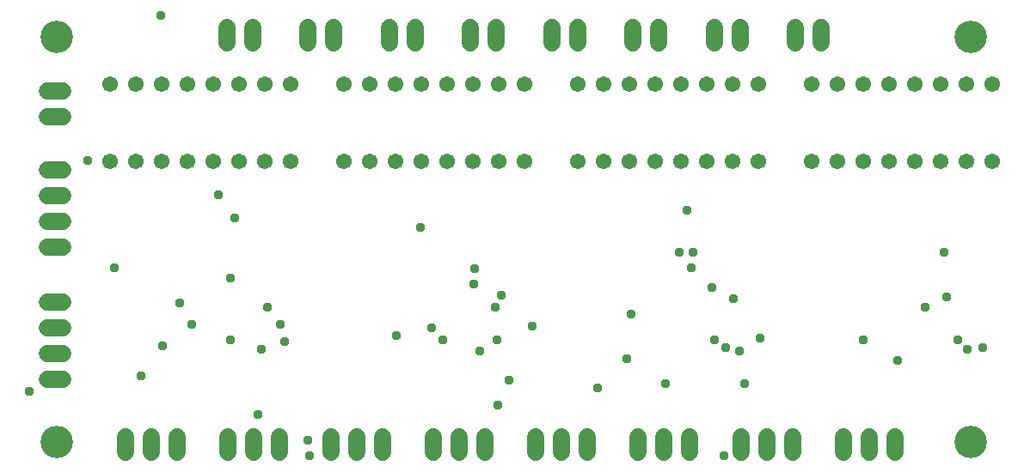
<source format=gbr>
G04 EAGLE Gerber RS-274X export*
G75*
%MOMM*%
%FSLAX34Y34*%
%LPD*%
%INSoldermask Bottom*%
%IPPOS*%
%AMOC8*
5,1,8,0,0,1.08239X$1,22.5*%
G01*
G04 Define Apertures*
%ADD10C,3.203200*%
%ADD11C,1.727200*%
%ADD12C,1.546600*%
%ADD13C,0.959600*%
D10*
X50000Y50000D03*
X50000Y450000D03*
X950000Y50000D03*
X950000Y450000D03*
D11*
X55720Y242400D02*
X40480Y242400D01*
X40480Y267800D02*
X55720Y267800D01*
X55720Y293200D02*
X40480Y293200D01*
X40480Y318600D02*
X55720Y318600D01*
X217300Y444280D02*
X217300Y459520D01*
X242700Y459520D02*
X242700Y444280D01*
X297300Y444280D02*
X297300Y459520D01*
X322700Y459520D02*
X322700Y444280D01*
X168580Y55720D02*
X168580Y40480D01*
X143180Y40480D02*
X143180Y55720D01*
X117780Y55720D02*
X117780Y40480D01*
X55720Y371000D02*
X40480Y371000D01*
X40480Y396400D02*
X55720Y396400D01*
D12*
X102350Y327470D03*
X127750Y327470D03*
X153150Y327470D03*
X178550Y327470D03*
X203950Y327470D03*
X229350Y327470D03*
X254750Y327470D03*
X280150Y327470D03*
X280150Y403670D03*
X254750Y403670D03*
X229350Y403670D03*
X203950Y403670D03*
X178550Y403670D03*
X153150Y403670D03*
X127750Y403670D03*
X102350Y403670D03*
D11*
X269554Y55720D02*
X269554Y40480D01*
X244154Y40480D02*
X244154Y55720D01*
X218754Y55720D02*
X218754Y40480D01*
X55720Y111900D02*
X40480Y111900D01*
X40480Y137300D02*
X55720Y137300D01*
X55720Y162700D02*
X40480Y162700D01*
X40480Y188100D02*
X55720Y188100D01*
X370529Y55720D02*
X370529Y40480D01*
X345129Y40480D02*
X345129Y55720D01*
X319729Y55720D02*
X319729Y40480D01*
X377300Y444280D02*
X377300Y459520D01*
X402700Y459520D02*
X402700Y444280D01*
X457300Y444280D02*
X457300Y459520D01*
X482700Y459520D02*
X482700Y444280D01*
D12*
X332631Y327470D03*
X358031Y327470D03*
X383431Y327470D03*
X408831Y327470D03*
X434231Y327470D03*
X459631Y327470D03*
X485031Y327470D03*
X510431Y327470D03*
X510431Y403670D03*
X485031Y403670D03*
X459631Y403670D03*
X434231Y403670D03*
X408831Y403670D03*
X383431Y403670D03*
X358031Y403670D03*
X332631Y403670D03*
D11*
X471503Y55720D02*
X471503Y40480D01*
X446103Y40480D02*
X446103Y55720D01*
X420703Y55720D02*
X420703Y40480D01*
X572477Y40480D02*
X572477Y55720D01*
X547077Y55720D02*
X547077Y40480D01*
X521677Y40480D02*
X521677Y55720D01*
X537300Y444280D02*
X537300Y459520D01*
X562700Y459520D02*
X562700Y444280D01*
X617300Y444280D02*
X617300Y459520D01*
X642700Y459520D02*
X642700Y444280D01*
D12*
X562912Y327470D03*
X588312Y327470D03*
X613712Y327470D03*
X639112Y327470D03*
X664512Y327470D03*
X689912Y327470D03*
X715312Y327470D03*
X740712Y327470D03*
X740712Y403670D03*
X715312Y403670D03*
X689912Y403670D03*
X664512Y403670D03*
X639112Y403670D03*
X613712Y403670D03*
X588312Y403670D03*
X562912Y403670D03*
D11*
X673451Y55720D02*
X673451Y40480D01*
X648051Y40480D02*
X648051Y55720D01*
X622651Y55720D02*
X622651Y40480D01*
X774426Y40480D02*
X774426Y55720D01*
X749026Y55720D02*
X749026Y40480D01*
X723626Y40480D02*
X723626Y55720D01*
X697300Y444280D02*
X697300Y459520D01*
X722700Y459520D02*
X722700Y444280D01*
X777300Y444280D02*
X777300Y459520D01*
X802700Y459520D02*
X802700Y444280D01*
D12*
X793193Y327470D03*
X818593Y327470D03*
X843993Y327470D03*
X869393Y327470D03*
X894793Y327470D03*
X920193Y327470D03*
X945593Y327470D03*
X970993Y327470D03*
X970993Y403670D03*
X945593Y403670D03*
X920193Y403670D03*
X894793Y403670D03*
X869393Y403670D03*
X843993Y403670D03*
X818593Y403670D03*
X793193Y403670D03*
D11*
X875400Y55720D02*
X875400Y40480D01*
X850000Y40480D02*
X850000Y55720D01*
X824600Y55720D02*
X824600Y40480D01*
D13*
X153924Y144780D03*
X484632Y86868D03*
X742188Y152400D03*
X106680Y222504D03*
X225552Y271272D03*
X877824Y131064D03*
X923544Y237744D03*
X615696Y176784D03*
X676656Y237744D03*
X460248Y205740D03*
X80772Y327660D03*
X274320Y149352D03*
X466344Y140208D03*
X708660Y143256D03*
X961644Y143256D03*
X297180Y51816D03*
X716280Y192024D03*
X926592Y193548D03*
X269748Y166116D03*
X481584Y182880D03*
X152400Y470916D03*
X208788Y294132D03*
X726948Y108204D03*
X649224Y108204D03*
X251460Y141732D03*
X483108Y150876D03*
X697992Y150876D03*
X905256Y182880D03*
X298704Y36576D03*
X707136Y36576D03*
X257556Y182880D03*
X170688Y187452D03*
X182880Y166116D03*
X248412Y77724D03*
X487680Y195072D03*
X518160Y164592D03*
X495300Y111252D03*
X384048Y155448D03*
X722376Y140208D03*
X582168Y103632D03*
X611124Y132588D03*
X694944Y202692D03*
X675132Y222504D03*
X662940Y237744D03*
X937260Y150876D03*
X22860Y100584D03*
X946404Y141732D03*
X844296Y150876D03*
X132588Y115824D03*
X670560Y278892D03*
X220980Y150876D03*
X220980Y211836D03*
X429768Y150876D03*
X408432Y262128D03*
X419100Y163068D03*
X461772Y220980D03*
M02*

</source>
